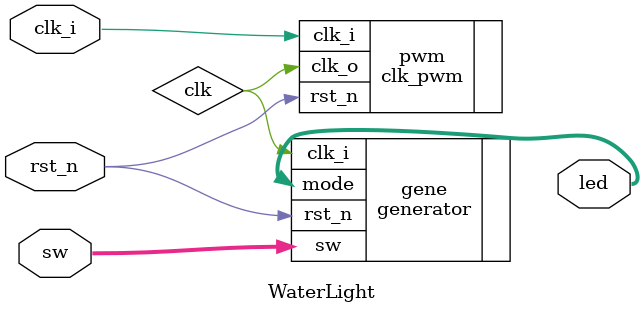
<source format=v>
module WaterLight(
  input clk_i,
  input rst_n,
  input [1:0] sw,
  output [3:0] led
);

wire clk;

clk_pwm pwm (
   .clk_i       (clk_i),
   .rst_n       (rst_n),
   .clk_o       (clk)
);

generator gene (
   .clk_i       (clk),
   .rst_n       (rst_n),
   .sw          (sw),
   .mode        (led)
);

endmodule
</source>
